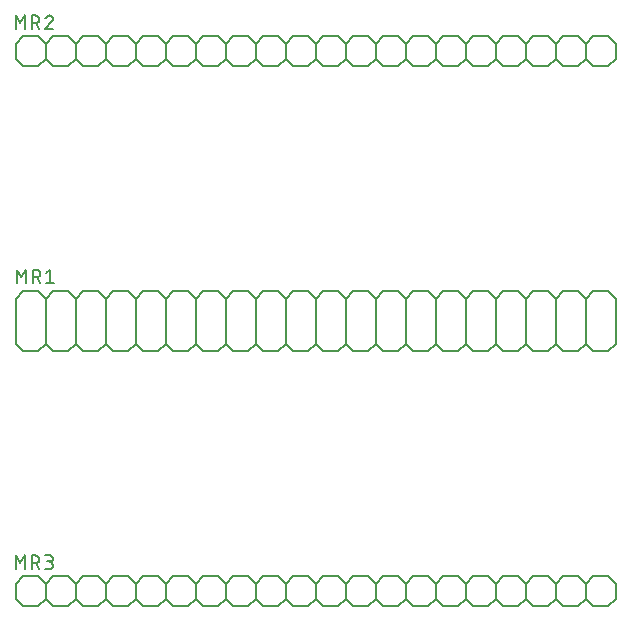
<source format=gbr>
G04 EAGLE Gerber X2 export*
%TF.Part,Single*%
%TF.FileFunction,Legend,Top,1*%
%TF.FilePolarity,Positive*%
%TF.GenerationSoftware,Autodesk,EAGLE,9.0.0*%
%TF.CreationDate,2018-04-25T19:38:23Z*%
G75*
%MOMM*%
%FSLAX34Y34*%
%LPD*%
%AMOC8*
5,1,8,0,0,1.08239X$1,22.5*%
G01*
%ADD10C,0.152400*%
%ADD11C,0.127000*%


D10*
X228600Y361950D02*
X234950Y355600D01*
X247650Y355600D01*
X254000Y361950D01*
X260350Y355600D01*
X273050Y355600D01*
X279400Y361950D01*
X285750Y355600D01*
X298450Y355600D01*
X304800Y361950D01*
X311150Y355600D01*
X323850Y355600D01*
X330200Y361950D01*
X336550Y355600D01*
X349250Y355600D01*
X355600Y361950D01*
X361950Y355600D01*
X374650Y355600D01*
X381000Y361950D01*
X228600Y361950D02*
X228600Y400050D01*
X234950Y406400D01*
X247650Y406400D01*
X254000Y400050D01*
X260350Y406400D01*
X273050Y406400D01*
X279400Y400050D01*
X285750Y406400D01*
X298450Y406400D01*
X304800Y400050D01*
X311150Y406400D01*
X323850Y406400D01*
X330200Y400050D01*
X336550Y406400D01*
X349250Y406400D01*
X355600Y400050D01*
X361950Y406400D01*
X374650Y406400D01*
X381000Y400050D01*
X387350Y406400D01*
X400050Y406400D01*
X406400Y400050D01*
X412750Y406400D01*
X425450Y406400D01*
X431800Y400050D01*
X438150Y406400D01*
X450850Y406400D01*
X457200Y400050D01*
X463550Y406400D01*
X476250Y406400D01*
X482600Y400050D01*
X488950Y406400D01*
X501650Y406400D01*
X508000Y400050D01*
X514350Y406400D01*
X527050Y406400D01*
X533400Y400050D01*
X539750Y406400D01*
X552450Y406400D01*
X558800Y400050D01*
X565150Y406400D01*
X577850Y406400D01*
X584200Y400050D01*
X590550Y406400D01*
X603250Y406400D01*
X609600Y400050D01*
X615950Y406400D01*
X628650Y406400D01*
X635000Y400050D01*
X641350Y406400D01*
X654050Y406400D01*
X660400Y400050D01*
X666750Y406400D01*
X679450Y406400D01*
X685800Y400050D01*
X692150Y406400D01*
X704850Y406400D01*
X711200Y400050D01*
X711200Y361950D02*
X704850Y355600D01*
X692150Y355600D01*
X685800Y361950D01*
X679450Y355600D01*
X666750Y355600D01*
X660400Y361950D01*
X654050Y355600D01*
X641350Y355600D01*
X635000Y361950D01*
X628650Y355600D01*
X615950Y355600D01*
X609600Y361950D01*
X603250Y355600D01*
X590550Y355600D01*
X584200Y361950D01*
X577850Y355600D01*
X565150Y355600D01*
X558800Y361950D01*
X552450Y355600D01*
X539750Y355600D01*
X533400Y361950D01*
X527050Y355600D01*
X514350Y355600D01*
X508000Y361950D01*
X501650Y355600D01*
X488950Y355600D01*
X482600Y361950D01*
X476250Y355600D01*
X463550Y355600D01*
X457200Y361950D01*
X450850Y355600D01*
X438150Y355600D01*
X431800Y361950D01*
X425450Y355600D01*
X412750Y355600D01*
X406400Y361950D01*
X400050Y355600D01*
X387350Y355600D01*
X381000Y361950D01*
X254000Y361950D02*
X254000Y400050D01*
X279400Y400050D02*
X279400Y361950D01*
X304800Y361950D02*
X304800Y400050D01*
X330200Y400050D02*
X330200Y361950D01*
X355600Y361950D02*
X355600Y400050D01*
X381000Y400050D02*
X381000Y361950D01*
X406400Y361950D02*
X406400Y400050D01*
X431800Y400050D02*
X431800Y361950D01*
X457200Y361950D02*
X457200Y400050D01*
X482600Y400050D02*
X482600Y361950D01*
X508000Y361950D02*
X508000Y400050D01*
X533400Y400050D02*
X533400Y361950D01*
X558800Y361950D02*
X558800Y400050D01*
X584200Y400050D02*
X584200Y361950D01*
X609600Y361950D02*
X609600Y400050D01*
X635000Y400050D02*
X635000Y361950D01*
X660400Y361950D02*
X660400Y400050D01*
X685800Y400050D02*
X685800Y361950D01*
X711200Y361950D02*
X711200Y400050D01*
X717550Y406400D01*
X730250Y406400D01*
X736600Y400050D01*
X736600Y361950D02*
X730250Y355600D01*
X717550Y355600D01*
X711200Y361950D01*
X736600Y361950D02*
X736600Y400050D01*
D11*
X229235Y413385D02*
X229235Y424815D01*
X233045Y418465D01*
X236855Y424815D01*
X236855Y413385D01*
X242907Y413385D02*
X242907Y424815D01*
X246082Y424815D01*
X246193Y424813D01*
X246303Y424807D01*
X246414Y424798D01*
X246524Y424784D01*
X246633Y424767D01*
X246742Y424746D01*
X246850Y424721D01*
X246957Y424692D01*
X247063Y424660D01*
X247168Y424624D01*
X247271Y424584D01*
X247373Y424541D01*
X247474Y424494D01*
X247573Y424443D01*
X247670Y424390D01*
X247764Y424333D01*
X247857Y424272D01*
X247948Y424209D01*
X248037Y424142D01*
X248123Y424072D01*
X248206Y423999D01*
X248288Y423924D01*
X248366Y423846D01*
X248441Y423764D01*
X248514Y423681D01*
X248584Y423595D01*
X248651Y423506D01*
X248714Y423415D01*
X248775Y423322D01*
X248832Y423227D01*
X248885Y423131D01*
X248936Y423032D01*
X248983Y422931D01*
X249026Y422829D01*
X249066Y422726D01*
X249102Y422621D01*
X249134Y422515D01*
X249163Y422408D01*
X249188Y422300D01*
X249209Y422191D01*
X249226Y422082D01*
X249240Y421972D01*
X249249Y421861D01*
X249255Y421751D01*
X249257Y421640D01*
X249255Y421529D01*
X249249Y421419D01*
X249240Y421308D01*
X249226Y421198D01*
X249209Y421089D01*
X249188Y420980D01*
X249163Y420872D01*
X249134Y420765D01*
X249102Y420659D01*
X249066Y420554D01*
X249026Y420451D01*
X248983Y420349D01*
X248936Y420248D01*
X248885Y420149D01*
X248832Y420052D01*
X248775Y419958D01*
X248714Y419865D01*
X248651Y419774D01*
X248584Y419685D01*
X248514Y419599D01*
X248441Y419516D01*
X248366Y419434D01*
X248288Y419356D01*
X248206Y419281D01*
X248123Y419208D01*
X248037Y419138D01*
X247948Y419071D01*
X247857Y419008D01*
X247764Y418947D01*
X247669Y418890D01*
X247573Y418837D01*
X247474Y418786D01*
X247373Y418739D01*
X247271Y418696D01*
X247168Y418656D01*
X247063Y418620D01*
X246957Y418588D01*
X246850Y418559D01*
X246742Y418534D01*
X246633Y418513D01*
X246524Y418496D01*
X246414Y418482D01*
X246303Y418473D01*
X246193Y418467D01*
X246082Y418465D01*
X242907Y418465D01*
X246717Y418465D02*
X249257Y413385D01*
X254254Y422275D02*
X257429Y424815D01*
X257429Y413385D01*
X254254Y413385D02*
X260604Y413385D01*
D10*
X692150Y165100D02*
X704850Y165100D01*
X711200Y158750D01*
X711200Y146050D01*
X704850Y139700D01*
X666750Y165100D02*
X660400Y158750D01*
X666750Y165100D02*
X679450Y165100D01*
X685800Y158750D01*
X685800Y146050D01*
X679450Y139700D01*
X666750Y139700D01*
X660400Y146050D01*
X685800Y158750D02*
X692150Y165100D01*
X685800Y146050D02*
X692150Y139700D01*
X704850Y139700D01*
X628650Y165100D02*
X615950Y165100D01*
X628650Y165100D02*
X635000Y158750D01*
X635000Y146050D01*
X628650Y139700D01*
X635000Y158750D02*
X641350Y165100D01*
X654050Y165100D01*
X660400Y158750D01*
X660400Y146050D01*
X654050Y139700D01*
X641350Y139700D01*
X635000Y146050D01*
X590550Y165100D02*
X584200Y158750D01*
X590550Y165100D02*
X603250Y165100D01*
X609600Y158750D01*
X609600Y146050D01*
X603250Y139700D01*
X590550Y139700D01*
X584200Y146050D01*
X609600Y158750D02*
X615950Y165100D01*
X609600Y146050D02*
X615950Y139700D01*
X628650Y139700D01*
X552450Y165100D02*
X539750Y165100D01*
X552450Y165100D02*
X558800Y158750D01*
X558800Y146050D01*
X552450Y139700D01*
X558800Y158750D02*
X565150Y165100D01*
X577850Y165100D01*
X584200Y158750D01*
X584200Y146050D01*
X577850Y139700D01*
X565150Y139700D01*
X558800Y146050D01*
X514350Y165100D02*
X508000Y158750D01*
X514350Y165100D02*
X527050Y165100D01*
X533400Y158750D01*
X533400Y146050D01*
X527050Y139700D01*
X514350Y139700D01*
X508000Y146050D01*
X533400Y158750D02*
X539750Y165100D01*
X533400Y146050D02*
X539750Y139700D01*
X552450Y139700D01*
X476250Y165100D02*
X463550Y165100D01*
X476250Y165100D02*
X482600Y158750D01*
X482600Y146050D01*
X476250Y139700D01*
X482600Y158750D02*
X488950Y165100D01*
X501650Y165100D01*
X508000Y158750D01*
X508000Y146050D01*
X501650Y139700D01*
X488950Y139700D01*
X482600Y146050D01*
X438150Y165100D02*
X431800Y158750D01*
X438150Y165100D02*
X450850Y165100D01*
X457200Y158750D01*
X457200Y146050D01*
X450850Y139700D01*
X438150Y139700D01*
X431800Y146050D01*
X457200Y158750D02*
X463550Y165100D01*
X457200Y146050D02*
X463550Y139700D01*
X476250Y139700D01*
X400050Y165100D02*
X387350Y165100D01*
X400050Y165100D02*
X406400Y158750D01*
X406400Y146050D01*
X400050Y139700D01*
X406400Y158750D02*
X412750Y165100D01*
X425450Y165100D01*
X431800Y158750D01*
X431800Y146050D01*
X425450Y139700D01*
X412750Y139700D01*
X406400Y146050D01*
X361950Y165100D02*
X355600Y158750D01*
X361950Y165100D02*
X374650Y165100D01*
X381000Y158750D01*
X381000Y146050D01*
X374650Y139700D01*
X361950Y139700D01*
X355600Y146050D01*
X381000Y158750D02*
X387350Y165100D01*
X381000Y146050D02*
X387350Y139700D01*
X400050Y139700D01*
X323850Y165100D02*
X311150Y165100D01*
X323850Y165100D02*
X330200Y158750D01*
X330200Y146050D01*
X323850Y139700D01*
X330200Y158750D02*
X336550Y165100D01*
X349250Y165100D01*
X355600Y158750D01*
X355600Y146050D01*
X349250Y139700D01*
X336550Y139700D01*
X330200Y146050D01*
X285750Y165100D02*
X279400Y158750D01*
X285750Y165100D02*
X298450Y165100D01*
X304800Y158750D01*
X304800Y146050D01*
X298450Y139700D01*
X285750Y139700D01*
X279400Y146050D01*
X304800Y158750D02*
X311150Y165100D01*
X304800Y146050D02*
X311150Y139700D01*
X323850Y139700D01*
X247650Y165100D02*
X234950Y165100D01*
X247650Y165100D02*
X254000Y158750D01*
X254000Y146050D01*
X247650Y139700D01*
X254000Y158750D02*
X260350Y165100D01*
X273050Y165100D01*
X279400Y158750D01*
X279400Y146050D01*
X273050Y139700D01*
X260350Y139700D01*
X254000Y146050D01*
X228600Y146050D02*
X228600Y158750D01*
X234950Y165100D01*
X228600Y146050D02*
X234950Y139700D01*
X247650Y139700D01*
X717550Y165100D02*
X730250Y165100D01*
X736600Y158750D01*
X736600Y146050D01*
X730250Y139700D01*
X711200Y158750D02*
X717550Y165100D01*
X711200Y146050D02*
X717550Y139700D01*
X730250Y139700D01*
D11*
X228473Y171323D02*
X228473Y182753D01*
X232283Y176403D01*
X236093Y182753D01*
X236093Y171323D01*
X242145Y171323D02*
X242145Y182753D01*
X245320Y182753D01*
X245431Y182751D01*
X245541Y182745D01*
X245652Y182736D01*
X245762Y182722D01*
X245871Y182705D01*
X245980Y182684D01*
X246088Y182659D01*
X246195Y182630D01*
X246301Y182598D01*
X246406Y182562D01*
X246509Y182522D01*
X246611Y182479D01*
X246712Y182432D01*
X246811Y182381D01*
X246908Y182328D01*
X247002Y182271D01*
X247095Y182210D01*
X247186Y182147D01*
X247275Y182080D01*
X247361Y182010D01*
X247444Y181937D01*
X247526Y181862D01*
X247604Y181784D01*
X247679Y181702D01*
X247752Y181619D01*
X247822Y181533D01*
X247889Y181444D01*
X247952Y181353D01*
X248013Y181260D01*
X248070Y181165D01*
X248123Y181069D01*
X248174Y180970D01*
X248221Y180869D01*
X248264Y180767D01*
X248304Y180664D01*
X248340Y180559D01*
X248372Y180453D01*
X248401Y180346D01*
X248426Y180238D01*
X248447Y180129D01*
X248464Y180020D01*
X248478Y179910D01*
X248487Y179799D01*
X248493Y179689D01*
X248495Y179578D01*
X248493Y179467D01*
X248487Y179357D01*
X248478Y179246D01*
X248464Y179136D01*
X248447Y179027D01*
X248426Y178918D01*
X248401Y178810D01*
X248372Y178703D01*
X248340Y178597D01*
X248304Y178492D01*
X248264Y178389D01*
X248221Y178287D01*
X248174Y178186D01*
X248123Y178087D01*
X248070Y177990D01*
X248013Y177896D01*
X247952Y177803D01*
X247889Y177712D01*
X247822Y177623D01*
X247752Y177537D01*
X247679Y177454D01*
X247604Y177372D01*
X247526Y177294D01*
X247444Y177219D01*
X247361Y177146D01*
X247275Y177076D01*
X247186Y177009D01*
X247095Y176946D01*
X247002Y176885D01*
X246907Y176828D01*
X246811Y176775D01*
X246712Y176724D01*
X246611Y176677D01*
X246509Y176634D01*
X246406Y176594D01*
X246301Y176558D01*
X246195Y176526D01*
X246088Y176497D01*
X245980Y176472D01*
X245871Y176451D01*
X245762Y176434D01*
X245652Y176420D01*
X245541Y176411D01*
X245431Y176405D01*
X245320Y176403D01*
X242145Y176403D01*
X245955Y176403D02*
X248495Y171323D01*
X253492Y171323D02*
X256667Y171323D01*
X256778Y171325D01*
X256888Y171331D01*
X256999Y171340D01*
X257109Y171354D01*
X257218Y171371D01*
X257327Y171392D01*
X257435Y171417D01*
X257542Y171446D01*
X257648Y171478D01*
X257753Y171514D01*
X257856Y171554D01*
X257958Y171597D01*
X258059Y171644D01*
X258158Y171695D01*
X258254Y171748D01*
X258349Y171805D01*
X258442Y171866D01*
X258533Y171929D01*
X258622Y171996D01*
X258708Y172066D01*
X258791Y172139D01*
X258873Y172214D01*
X258951Y172292D01*
X259026Y172374D01*
X259099Y172457D01*
X259169Y172543D01*
X259236Y172632D01*
X259299Y172723D01*
X259360Y172816D01*
X259417Y172910D01*
X259470Y173007D01*
X259521Y173106D01*
X259568Y173207D01*
X259611Y173309D01*
X259651Y173412D01*
X259687Y173517D01*
X259719Y173623D01*
X259748Y173730D01*
X259773Y173838D01*
X259794Y173947D01*
X259811Y174056D01*
X259825Y174166D01*
X259834Y174277D01*
X259840Y174387D01*
X259842Y174498D01*
X259840Y174609D01*
X259834Y174719D01*
X259825Y174830D01*
X259811Y174940D01*
X259794Y175049D01*
X259773Y175158D01*
X259748Y175266D01*
X259719Y175373D01*
X259687Y175479D01*
X259651Y175584D01*
X259611Y175687D01*
X259568Y175789D01*
X259521Y175890D01*
X259470Y175989D01*
X259417Y176085D01*
X259360Y176180D01*
X259299Y176273D01*
X259236Y176364D01*
X259169Y176453D01*
X259099Y176539D01*
X259026Y176622D01*
X258951Y176704D01*
X258873Y176782D01*
X258791Y176857D01*
X258708Y176930D01*
X258622Y177000D01*
X258533Y177067D01*
X258442Y177130D01*
X258349Y177191D01*
X258255Y177248D01*
X258158Y177301D01*
X258059Y177352D01*
X257958Y177399D01*
X257856Y177442D01*
X257753Y177482D01*
X257648Y177518D01*
X257542Y177550D01*
X257435Y177579D01*
X257327Y177604D01*
X257218Y177625D01*
X257109Y177642D01*
X256999Y177656D01*
X256888Y177665D01*
X256778Y177671D01*
X256667Y177673D01*
X257302Y182753D02*
X253492Y182753D01*
X257302Y182753D02*
X257402Y182751D01*
X257501Y182745D01*
X257601Y182735D01*
X257699Y182722D01*
X257798Y182704D01*
X257895Y182683D01*
X257991Y182658D01*
X258087Y182629D01*
X258181Y182596D01*
X258274Y182560D01*
X258365Y182520D01*
X258455Y182476D01*
X258543Y182429D01*
X258629Y182379D01*
X258713Y182325D01*
X258795Y182268D01*
X258874Y182208D01*
X258952Y182144D01*
X259026Y182078D01*
X259098Y182009D01*
X259167Y181937D01*
X259233Y181863D01*
X259297Y181785D01*
X259357Y181706D01*
X259414Y181624D01*
X259468Y181540D01*
X259518Y181454D01*
X259565Y181366D01*
X259609Y181276D01*
X259649Y181185D01*
X259685Y181092D01*
X259718Y180998D01*
X259747Y180902D01*
X259772Y180806D01*
X259793Y180709D01*
X259811Y180610D01*
X259824Y180512D01*
X259834Y180412D01*
X259840Y180313D01*
X259842Y180213D01*
X259840Y180113D01*
X259834Y180014D01*
X259824Y179914D01*
X259811Y179816D01*
X259793Y179717D01*
X259772Y179620D01*
X259747Y179524D01*
X259718Y179428D01*
X259685Y179334D01*
X259649Y179241D01*
X259609Y179150D01*
X259565Y179060D01*
X259518Y178972D01*
X259468Y178886D01*
X259414Y178802D01*
X259357Y178720D01*
X259297Y178641D01*
X259233Y178563D01*
X259167Y178489D01*
X259098Y178417D01*
X259026Y178348D01*
X258952Y178282D01*
X258874Y178218D01*
X258795Y178158D01*
X258713Y178101D01*
X258629Y178047D01*
X258543Y177997D01*
X258455Y177950D01*
X258365Y177906D01*
X258274Y177866D01*
X258181Y177830D01*
X258087Y177797D01*
X257991Y177768D01*
X257895Y177743D01*
X257798Y177722D01*
X257699Y177704D01*
X257601Y177691D01*
X257501Y177681D01*
X257402Y177675D01*
X257302Y177673D01*
X254762Y177673D01*
D10*
X692150Y622300D02*
X704850Y622300D01*
X711200Y615950D01*
X711200Y603250D01*
X704850Y596900D01*
X666750Y622300D02*
X660400Y615950D01*
X666750Y622300D02*
X679450Y622300D01*
X685800Y615950D01*
X685800Y603250D01*
X679450Y596900D01*
X666750Y596900D01*
X660400Y603250D01*
X685800Y615950D02*
X692150Y622300D01*
X685800Y603250D02*
X692150Y596900D01*
X704850Y596900D01*
X628650Y622300D02*
X615950Y622300D01*
X628650Y622300D02*
X635000Y615950D01*
X635000Y603250D01*
X628650Y596900D01*
X635000Y615950D02*
X641350Y622300D01*
X654050Y622300D01*
X660400Y615950D01*
X660400Y603250D01*
X654050Y596900D01*
X641350Y596900D01*
X635000Y603250D01*
X590550Y622300D02*
X584200Y615950D01*
X590550Y622300D02*
X603250Y622300D01*
X609600Y615950D01*
X609600Y603250D01*
X603250Y596900D01*
X590550Y596900D01*
X584200Y603250D01*
X609600Y615950D02*
X615950Y622300D01*
X609600Y603250D02*
X615950Y596900D01*
X628650Y596900D01*
X552450Y622300D02*
X539750Y622300D01*
X552450Y622300D02*
X558800Y615950D01*
X558800Y603250D01*
X552450Y596900D01*
X558800Y615950D02*
X565150Y622300D01*
X577850Y622300D01*
X584200Y615950D01*
X584200Y603250D01*
X577850Y596900D01*
X565150Y596900D01*
X558800Y603250D01*
X514350Y622300D02*
X508000Y615950D01*
X514350Y622300D02*
X527050Y622300D01*
X533400Y615950D01*
X533400Y603250D01*
X527050Y596900D01*
X514350Y596900D01*
X508000Y603250D01*
X533400Y615950D02*
X539750Y622300D01*
X533400Y603250D02*
X539750Y596900D01*
X552450Y596900D01*
X476250Y622300D02*
X463550Y622300D01*
X476250Y622300D02*
X482600Y615950D01*
X482600Y603250D01*
X476250Y596900D01*
X482600Y615950D02*
X488950Y622300D01*
X501650Y622300D01*
X508000Y615950D01*
X508000Y603250D01*
X501650Y596900D01*
X488950Y596900D01*
X482600Y603250D01*
X438150Y622300D02*
X431800Y615950D01*
X438150Y622300D02*
X450850Y622300D01*
X457200Y615950D01*
X457200Y603250D01*
X450850Y596900D01*
X438150Y596900D01*
X431800Y603250D01*
X457200Y615950D02*
X463550Y622300D01*
X457200Y603250D02*
X463550Y596900D01*
X476250Y596900D01*
X400050Y622300D02*
X387350Y622300D01*
X400050Y622300D02*
X406400Y615950D01*
X406400Y603250D01*
X400050Y596900D01*
X406400Y615950D02*
X412750Y622300D01*
X425450Y622300D01*
X431800Y615950D01*
X431800Y603250D01*
X425450Y596900D01*
X412750Y596900D01*
X406400Y603250D01*
X361950Y622300D02*
X355600Y615950D01*
X361950Y622300D02*
X374650Y622300D01*
X381000Y615950D01*
X381000Y603250D01*
X374650Y596900D01*
X361950Y596900D01*
X355600Y603250D01*
X381000Y615950D02*
X387350Y622300D01*
X381000Y603250D02*
X387350Y596900D01*
X400050Y596900D01*
X323850Y622300D02*
X311150Y622300D01*
X323850Y622300D02*
X330200Y615950D01*
X330200Y603250D01*
X323850Y596900D01*
X330200Y615950D02*
X336550Y622300D01*
X349250Y622300D01*
X355600Y615950D01*
X355600Y603250D01*
X349250Y596900D01*
X336550Y596900D01*
X330200Y603250D01*
X285750Y622300D02*
X279400Y615950D01*
X285750Y622300D02*
X298450Y622300D01*
X304800Y615950D01*
X304800Y603250D01*
X298450Y596900D01*
X285750Y596900D01*
X279400Y603250D01*
X304800Y615950D02*
X311150Y622300D01*
X304800Y603250D02*
X311150Y596900D01*
X323850Y596900D01*
X247650Y622300D02*
X234950Y622300D01*
X247650Y622300D02*
X254000Y615950D01*
X254000Y603250D01*
X247650Y596900D01*
X254000Y615950D02*
X260350Y622300D01*
X273050Y622300D01*
X279400Y615950D01*
X279400Y603250D01*
X273050Y596900D01*
X260350Y596900D01*
X254000Y603250D01*
X228600Y603250D02*
X228600Y615950D01*
X234950Y622300D01*
X228600Y603250D02*
X234950Y596900D01*
X247650Y596900D01*
X717550Y622300D02*
X730250Y622300D01*
X736600Y615950D01*
X736600Y603250D01*
X730250Y596900D01*
X711200Y615950D02*
X717550Y622300D01*
X711200Y603250D02*
X717550Y596900D01*
X730250Y596900D01*
D11*
X228473Y628523D02*
X228473Y639953D01*
X232283Y633603D01*
X236093Y639953D01*
X236093Y628523D01*
X242145Y628523D02*
X242145Y639953D01*
X245320Y639953D01*
X245431Y639951D01*
X245541Y639945D01*
X245652Y639936D01*
X245762Y639922D01*
X245871Y639905D01*
X245980Y639884D01*
X246088Y639859D01*
X246195Y639830D01*
X246301Y639798D01*
X246406Y639762D01*
X246509Y639722D01*
X246611Y639679D01*
X246712Y639632D01*
X246811Y639581D01*
X246908Y639528D01*
X247002Y639471D01*
X247095Y639410D01*
X247186Y639347D01*
X247275Y639280D01*
X247361Y639210D01*
X247444Y639137D01*
X247526Y639062D01*
X247604Y638984D01*
X247679Y638902D01*
X247752Y638819D01*
X247822Y638733D01*
X247889Y638644D01*
X247952Y638553D01*
X248013Y638460D01*
X248070Y638365D01*
X248123Y638269D01*
X248174Y638170D01*
X248221Y638069D01*
X248264Y637967D01*
X248304Y637864D01*
X248340Y637759D01*
X248372Y637653D01*
X248401Y637546D01*
X248426Y637438D01*
X248447Y637329D01*
X248464Y637220D01*
X248478Y637110D01*
X248487Y636999D01*
X248493Y636889D01*
X248495Y636778D01*
X248493Y636667D01*
X248487Y636557D01*
X248478Y636446D01*
X248464Y636336D01*
X248447Y636227D01*
X248426Y636118D01*
X248401Y636010D01*
X248372Y635903D01*
X248340Y635797D01*
X248304Y635692D01*
X248264Y635589D01*
X248221Y635487D01*
X248174Y635386D01*
X248123Y635287D01*
X248070Y635191D01*
X248013Y635096D01*
X247952Y635003D01*
X247889Y634912D01*
X247822Y634823D01*
X247752Y634737D01*
X247679Y634654D01*
X247604Y634572D01*
X247526Y634494D01*
X247444Y634419D01*
X247361Y634346D01*
X247275Y634276D01*
X247186Y634209D01*
X247095Y634146D01*
X247002Y634085D01*
X246907Y634028D01*
X246811Y633975D01*
X246712Y633924D01*
X246611Y633877D01*
X246509Y633834D01*
X246406Y633794D01*
X246301Y633758D01*
X246195Y633726D01*
X246088Y633697D01*
X245980Y633672D01*
X245871Y633651D01*
X245762Y633634D01*
X245652Y633620D01*
X245541Y633611D01*
X245431Y633605D01*
X245320Y633603D01*
X242145Y633603D01*
X245955Y633603D02*
X248495Y628523D01*
X259842Y637096D02*
X259840Y637200D01*
X259834Y637305D01*
X259825Y637409D01*
X259812Y637512D01*
X259794Y637615D01*
X259774Y637717D01*
X259749Y637819D01*
X259721Y637919D01*
X259689Y638019D01*
X259653Y638117D01*
X259614Y638214D01*
X259572Y638309D01*
X259526Y638403D01*
X259476Y638495D01*
X259424Y638585D01*
X259368Y638673D01*
X259308Y638759D01*
X259246Y638843D01*
X259181Y638924D01*
X259113Y639003D01*
X259041Y639080D01*
X258968Y639153D01*
X258891Y639225D01*
X258812Y639293D01*
X258731Y639358D01*
X258647Y639420D01*
X258561Y639480D01*
X258473Y639536D01*
X258383Y639588D01*
X258291Y639638D01*
X258197Y639684D01*
X258102Y639726D01*
X258005Y639765D01*
X257907Y639801D01*
X257807Y639833D01*
X257707Y639861D01*
X257605Y639886D01*
X257503Y639906D01*
X257400Y639924D01*
X257297Y639937D01*
X257193Y639946D01*
X257088Y639952D01*
X256984Y639954D01*
X256984Y639953D02*
X256866Y639951D01*
X256747Y639945D01*
X256629Y639936D01*
X256512Y639923D01*
X256395Y639905D01*
X256278Y639885D01*
X256162Y639860D01*
X256047Y639832D01*
X255934Y639799D01*
X255821Y639764D01*
X255709Y639724D01*
X255599Y639682D01*
X255490Y639635D01*
X255382Y639585D01*
X255277Y639532D01*
X255173Y639475D01*
X255071Y639415D01*
X254971Y639352D01*
X254873Y639285D01*
X254777Y639216D01*
X254684Y639143D01*
X254593Y639067D01*
X254504Y638989D01*
X254418Y638907D01*
X254335Y638823D01*
X254254Y638737D01*
X254177Y638647D01*
X254102Y638556D01*
X254030Y638462D01*
X253961Y638365D01*
X253896Y638267D01*
X253833Y638166D01*
X253774Y638063D01*
X253718Y637959D01*
X253666Y637853D01*
X253617Y637745D01*
X253572Y637636D01*
X253530Y637525D01*
X253492Y637413D01*
X258890Y634874D02*
X258966Y634949D01*
X259041Y635028D01*
X259112Y635109D01*
X259181Y635193D01*
X259246Y635279D01*
X259308Y635367D01*
X259368Y635457D01*
X259424Y635549D01*
X259477Y635644D01*
X259526Y635740D01*
X259572Y635838D01*
X259615Y635937D01*
X259654Y636038D01*
X259689Y636140D01*
X259721Y636243D01*
X259749Y636347D01*
X259774Y636452D01*
X259795Y636559D01*
X259812Y636665D01*
X259825Y636772D01*
X259834Y636880D01*
X259840Y636988D01*
X259842Y637096D01*
X258889Y634873D02*
X253492Y628523D01*
X259842Y628523D01*
M02*

</source>
